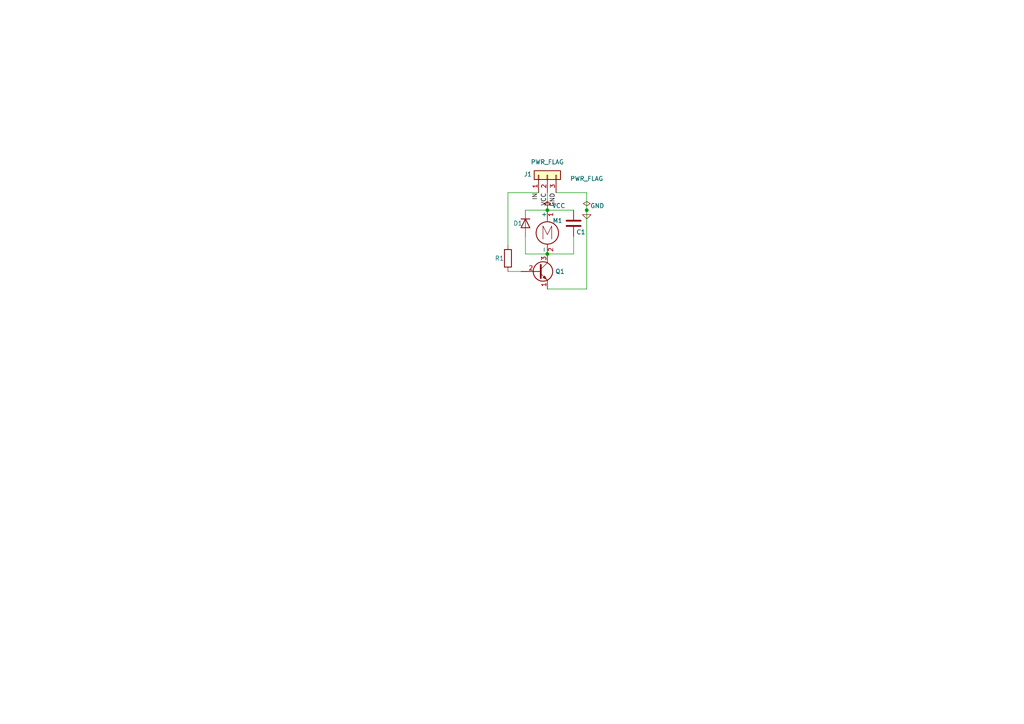
<source format=kicad_sch>
(kicad_sch (version 20231120) (generator "eeschema") (generator_version "8.0")
  (paper "A4")
  (lib_symbols
    (symbol "Connector_Generic:Conn_01x03" (pin_names (offset 1.016) hide)
      (property "Reference" "J" (at 0 5.08 0))
      (property "Value" "Conn_01x03" (at 0 -5.08 0))
      (symbol "Conn_01x03_1_1"
        (rectangle (start -1.27 -2.413) (end 0 -2.667) (stroke (width 0.1524)))
        (rectangle (start -1.27 0.127) (end 0 -0.127) (stroke (width 0.1524)))
        (rectangle (start -1.27 2.667) (end 0 2.413) (stroke (width 0.1524)))
        (rectangle (start -1.27 3.81) (end 1.27 -3.81) (stroke (width 0.254)) (fill (type background)))
        (pin passive line (at -5.08 2.54 0) (length 3.81) (name "Pin_1") (number "1"))
        (pin passive line (at -5.08 0 0) (length 3.81) (name "Pin_2") (number "2"))
        (pin passive line (at -5.08 -2.54 0) (length 3.81) (name "Pin_3") (number "3"))
      )
    )
    (symbol "Device:C" (pin_numbers hide) (pin_names (offset 0.254))
      (property "Reference" "C" (at 0.635 2.54 0))
      (property "Value" "C" (at 0.635 -2.54 0))
      (symbol "C_0_1"
        (polyline (pts (xy -2.032 -0.762) (xy 2.032 -0.762)) (stroke (width 0.508)))
        (polyline (pts (xy -2.032 0.762) (xy 2.032 0.762)) (stroke (width 0.508)))
      )
      (symbol "C_1_1"
        (pin passive line (at 0 3.81 270) (length 2.794) (name "~") (number "1"))
        (pin passive line (at 0 -3.81 90) (length 2.794) (name "~") (number "2"))
      )
    )
    (symbol "Device:R" (pin_numbers hide) (pin_names (offset 0))
      (property "Reference" "R" (at 2.032 0 90))
      (property "Value" "R" (at 0 0 90))
      (symbol "R_0_1"
        (rectangle (start -1.016 -2.54) (end 1.016 2.54) (stroke (width 0.254)))
      )
      (symbol "R_1_1"
        (pin passive line (at 0 3.81 270) (length 1.27) (name "~") (number "1"))
        (pin passive line (at 0 -3.81 90) (length 1.27) (name "~") (number "2"))
      )
    )
    (symbol "Diode:1N4001" (pin_numbers hide) (pin_names hide)
      (property "Reference" "D" (at 0 2.54 0))
      (property "Value" "1N4001" (at 0 -2.54 0))
      (symbol "1N4001_0_1"
        (polyline (pts (xy -1.27 1.27) (xy -1.27 -1.27)) (stroke (width 0.254)))
        (polyline (pts (xy 1.27 0) (xy -1.27 0)))
        (polyline (pts (xy 1.27 1.27) (xy 1.27 -1.27) (xy -1.27 0) (xy 1.27 1.27)) (stroke (width 0.254)))
      )
      (symbol "1N4001_1_1"
        (pin passive line (at -3.81 0 0) (length 2.54) (name "K") (number "1"))
        (pin passive line (at 3.81 0 180) (length 2.54) (name "A") (number "2"))
      )
    )
    (symbol "Motor:Motor_DC" (pin_names (offset 0))
      (property "Reference" "M" (at 2.54 2.54 0))
      (property "Value" "Motor_DC" (at 2.54 -5.08 0))
      (symbol "Motor_DC_0_0"
        (polyline (pts (xy -1.27 -3.302) (xy -1.27 0.508) (xy 0 -2.032) (xy 1.27 0.508) (xy 1.27 -3.302)))
      )
      (symbol "Motor_DC_0_1"
        (circle (center 0 -1.524) (radius 3.2512) (stroke (width 0.254)))
        (polyline (pts (xy 0 -7.62) (xy 0 -7.112)))
        (polyline (pts (xy 0 -4.7752) (xy 0 -5.1816)))
        (polyline (pts (xy 0 1.7272) (xy 0 2.0828)))
        (polyline (pts (xy 0 2.032) (xy 0 2.54)))
      )
      (symbol "Motor_DC_1_1"
        (pin passive line (at 0 5.08 270) (length 2.54) (name "+") (number "1"))
        (pin passive line (at 0 -7.62 90) (length 2.54) (name "-") (number "2"))
      )
    )
    (symbol "Transistor_BJT:2N2219" (pin_names (offset 0) hide)
      (property "Reference" "Q" (at 5.08 1.905 0))
      (property "Value" "2N2219" (at 5.08 0 0))
      (symbol "2N2219_0_1"
        (polyline (pts (xy 0.635 0.635) (xy 2.54 2.54)))
        (polyline (pts (xy 0.635 -0.635) (xy 2.54 -2.54) (xy 2.54 -2.54)))
        (polyline (pts (xy 0.635 1.905) (xy 0.635 -1.905) (xy 0.635 -1.905)) (stroke (width 0.508)))
        (polyline (pts (xy 1.27 -1.778) (xy 1.778 -1.27) (xy 2.286 -2.286) (xy 1.27 -1.778) (xy 1.27 -1.778)) (fill (type outline)))
        (circle (center 1.27 0) (radius 2.8194) (stroke (width 0.254)))
      )
      (symbol "2N2219_1_1"
        (pin passive line (at 2.54 -5.08 90) (length 2.54) (name "E") (number "1"))
        (pin passive line (at -5.08 0 0) (length 5.715) (name "B") (number "2"))
        (pin passive line (at 2.54 5.08 270) (length 2.54) (name "C") (number "3"))
      )
    )
    (symbol "power:GND" (power) (pin_numbers hide) (pin_names (offset 0) hide)
      (property "Value" "GND" (at 0 -3.81 0))
      (symbol "GND_0_1"
        (polyline (pts (xy 0 0) (xy 0 -1.27) (xy 1.27 -1.27) (xy 0 -2.54) (xy -1.27 -1.27) (xy 0 -1.27)))
      )
      (symbol "GND_1_1"
        (pin power_in line (at 0 0 270) (length 0) (name "~") (number "1"))
      )
    )
    (symbol "power:PWR_FLAG" (power) (pin_numbers hide) (pin_names (offset 0) hide)
      (property "Value" "PWR_FLAG" (at 0 3.81 0))
      (symbol "PWR_FLAG_0_0"
        (pin power_out line (at 0 0 90) (length 0) (name "~") (number "1"))
      )
      (symbol "PWR_FLAG_0_1"
        (polyline (pts (xy 0 0) (xy 0 1.27) (xy -1.016 1.905) (xy 0 2.54) (xy 1.016 1.905) (xy 0 1.27)))
      )
    )
    (symbol "power:VCC" (power) (pin_numbers hide) (pin_names (offset 0) hide)
      (property "Value" "VCC" (at 0 3.556 0))
      (symbol "VCC_0_1"
        (polyline (pts (xy -0.762 1.27) (xy 0 2.54)))
        (polyline (pts (xy 0 0) (xy 0 2.54)))
        (polyline (pts (xy 0 2.54) (xy 0.762 1.27)))
      )
      (symbol "VCC_1_1"
        (pin power_in line (at 0 0 90) (length 0) (name "~") (number "1"))
      )
    )
  )
  (junction (at 158.75 73.66))
  (junction (at 158.75 60.96))
  (junction (at 170.18 60.96))
  (wire (pts (xy 170.18 55.88) (xy 170.18 60.96)))
  (wire (pts (xy 166.37 68.58) (xy 166.37 73.66)))
  (wire (pts (xy 158.75 83.82) (xy 170.18 83.82)))
  (wire (pts (xy 152.4 73.66) (xy 152.4 68.58)))
  (wire (pts (xy 161.29 55.88) (xy 170.18 55.88)))
  (wire (pts (xy 166.37 73.66) (xy 158.75 73.66)))
  (wire (pts (xy 147.32 78.74) (xy 151.13 78.74)))
  (wire (pts (xy 147.32 55.88) (xy 147.32 71.12)))
  (wire (pts (xy 158.75 60.96) (xy 166.37 60.96)))
  (wire (pts (xy 170.18 83.82) (xy 170.18 60.96)))
  (wire (pts (xy 152.4 60.96) (xy 158.75 60.96)))
  (wire (pts (xy 156.21 55.88) (xy 147.32 55.88)))
  (wire (pts (xy 158.75 55.88) (xy 158.75 60.96)))
  (wire (pts (xy 152.4 73.66) (xy 158.75 73.66)))
  (label "VCC" (at 158.75 55.88 270))
  (label "IN" (at 156.21 55.88 270))
  (label "GND" (at 161.29 55.88 270))
  (symbol (lib_id "Transistor_BJT:2N2219") (at 156.21 78.74 0) (unit 1)
    (property "Reference" "Q1" (at 161.036 78.74 0) (effects (justify left)))
    (property "Value" "2N2219" (effects (hide yes)))
    (property "Footprint" "Package_TO_SOT_THT:TO-92L_Inline" (effects (hide yes)))
    (property "Datasheet" "http://www.onsemi.com/pub_link/Collateral/2N2219-D.PDF" (effects (hide yes)))
    (property "Description" "800mA Ic, 50V Vce, NPN Transistor, TO-39" (effects (hide yes)))
  )
  (symbol (lib_id "power:PWR_FLAG") (at 170.18 60.96 0) (unit 1)
    (property "Reference" "#FLG02" (effects (hide yes)))
    (property "Value" "PWR_FLAG" (at 170.18 51.816 0))
    (property "Description" "Special symbol for telling ERC where power comes from" (effects (hide yes)))
  )
  (symbol (lib_id "Device:C") (at 166.37 64.77 0) (unit 1)
    (property "Reference" "C1" (at 167.132 67.31 0) (effects (justify left)))
    (property "Value" "C" (effects (hide yes)))
    (property "Footprint" "Capacitor_THT:C_Disc_D5.1mm_W3.2mm_P5.00mm" (effects (hide yes)))
    (property "Description" "Unpolarized capacitor" (effects (hide yes)))
  )
  (symbol (lib_id "Connector_Generic:Conn_01x03") (at 158.75 50.8 90) (unit 1)
    (property "Reference" "J1" (at 151.892 50.546 90) (effects (justify right)))
    (property "Value" "Conn_01x03" (effects (hide yes)))
    (property "Footprint" "Connector_PinHeader_2.54mm:PinHeader_1x03_P2.54mm_Vertical" (effects (hide yes)))
    (property "Description" "Generic connector, single row, 01x03, script generated (kicad-library-utils/schlib/autogen/connector/)" (effects (hide yes)))
  )
  (symbol (lib_id "power:PWR_FLAG") (at 158.75 60.96 0) (unit 1)
    (property "Reference" "#FLG01" (effects (hide yes)))
    (property "Value" "PWR_FLAG" (at 158.75 46.99 0))
    (property "Description" "Special symbol for telling ERC where power comes from" (effects (hide yes)))
  )
  (symbol (lib_id "Device:R") (at 147.32 74.93 0) (unit 1)
    (property "Reference" "R1" (at 143.51 74.93 0) (effects (justify left)))
    (property "Value" "R" (effects (hide yes)))
    (property "Footprint" "Resistor_THT:R_Axial_DIN0207_L6.3mm_D2.5mm_P7.62mm_Horizontal" (effects (hide yes)))
    (property "Description" "Resistor" (effects (hide yes)))
  )
  (symbol (lib_id "power:VCC") (at 158.75 60.96 0) (unit 1)
    (property "Reference" "#PWR01" (effects (hide yes)))
    (property "Value" "VCC" (at 162.052 59.69 0))
    (property "Description" "Power symbol creates a global label with name \"VCC\"" (effects (hide yes)))
  )
  (symbol (lib_id "power:GND") (at 170.18 60.96 0) (unit 1)
    (property "Reference" "#PWR02" (effects (hide yes)))
    (property "Value" "GND" (at 173.228 59.69 0))
    (property "Description" "Power symbol creates a global label with name \"GND\" , ground" (effects (hide yes)))
  )
  (symbol (lib_id "Diode:1N4001") (at 152.4 64.77 270) (unit 1)
    (property "Reference" "D1" (at 148.844 64.77 90) (effects (justify left)))
    (property "Value" "1N4001" (effects (hide yes)))
    (property "Footprint" "Diode_THT:D_DO-41_SOD81_P10.16mm_Horizontal" (effects (hide yes)))
    (property "Datasheet" "http://www.vishay.com/docs/88503/1n4001.pdf" (effects (hide yes)))
    (property "Description" "50V 1A General Purpose Rectifier Diode, DO-41" (effects (hide yes)))
    (property "Sim.Device" "D" (effects (hide yes)))
    (property "Sim.Pins" "1=K 2=A" (effects (hide yes)))
  )
  (symbol (lib_id "Motor:Motor_DC") (at 158.75 66.04 0) (unit 1)
    (property "Reference" "M1" (at 160.274 64.008 0) (effects (justify left)))
    (property "Value" "Motor_DC" (effects (hide yes)))
    (property "Footprint" "Connector_PinHeader_2.54mm:PinHeader_1x02_P2.54mm_Vertical" (effects (hide yes)))
    (property "Description" "DC Motor" (effects (hide yes)))
  )
)
</source>
